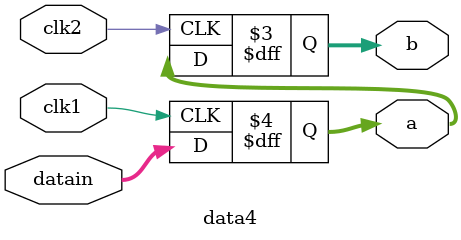
<source format=v>
`timescale 1ns / 1ps
module data4(datain, clk1, clk2, a, b
    );
input [3:0] datain;
input clk1,clk2;
output reg [3:0] a,b;

always @(posedge clk1) 
begin
a=datain;
end

always @(posedge clk2)
begin
b=a;
end

endmodule

</source>
